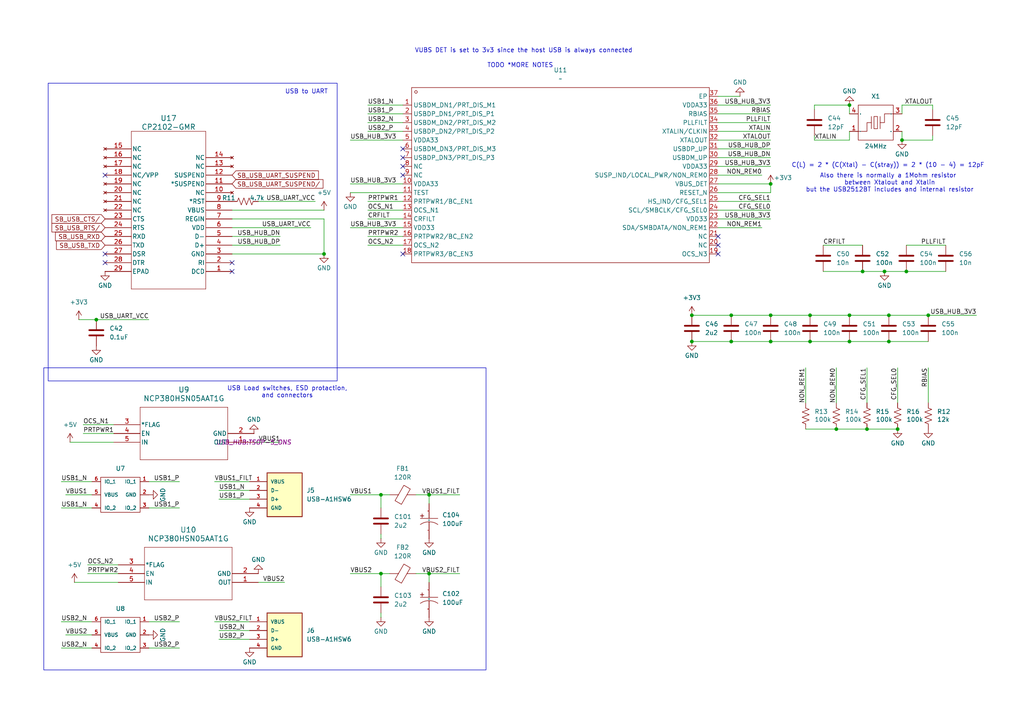
<source format=kicad_sch>
(kicad_sch (version 20250114) (generator "eeschema") (generator_version "9.0")
  (paper "A4")
  (lib_symbols
    (symbol "Device:C" (pin_numbers (hide yes)) (pin_names (offset 0.254))
      (property "Reference" "C" (at 0.635 2.54 0))
      (property "Value" "C" (at 0.635 -2.54 0))
      (symbol "C_0_1"
        (polyline (pts (xy -2.032 0.762) (xy 2.032 0.762)) (stroke (width 0.508)))
        (polyline (pts (xy -2.032 -0.762) (xy 2.032 -0.762)) (stroke (width 0.508)))
      )
      (symbol "C_1_1"
        (pin passive line (at 0 3.81 270) (length 2.794) (name "~") (number "1"))
        (pin passive line (at 0 -3.81 90) (length 2.794) (name "~") (number "2"))
      )
    )
    (symbol "Device:FerriteBead" (pin_numbers (hide yes)) (pin_names (offset 0))
      (property "Reference" "FB" (at -3.81 0.635 90))
      (property "Value" "FerriteBead" (at 3.81 0 90))
      (symbol "FerriteBead_0_1"
        (polyline (pts (xy -2.7686 0.4064) (xy -1.7018 2.2606) (xy 2.7686 -0.3048) (xy 1.6764 -2.159) (xy -2.7686 0.4064)))
        (polyline (pts (xy 0 1.27) (xy 0 1.2954)))
        (polyline (pts (xy 0 -1.27) (xy 0 -1.2192)))
      )
      (symbol "FerriteBead_1_1"
        (pin passive line (at 0 3.81 270) (length 2.54) (name "~") (number "1"))
        (pin passive line (at 0 -3.81 90) (length 2.54) (name "~") (number "2"))
      )
    )
    (symbol "Device:R_US" (pin_numbers (hide yes)) (pin_names (offset 0))
      (property "Reference" "R" (at 2.54 0 90))
      (property "Value" "R_US" (at -2.54 0 90))
      (symbol "R_US_0_1"
        (polyline (pts (xy 0 2.286) (xy 0 2.54)))
        (polyline (pts (xy 0 2.286) (xy 1.016 1.905) (xy 0 1.524) (xy -1.016 1.143) (xy 0 0.762)))
        (polyline (pts (xy 0 0.762) (xy 1.016 0.381) (xy 0 0) (xy -1.016 -0.381) (xy 0 -0.762)))
        (polyline (pts (xy 0 -0.762) (xy 1.016 -1.143) (xy 0 -1.524) (xy -1.016 -1.905) (xy 0 -2.286)))
        (polyline (pts (xy 0 -2.286) (xy 0 -2.54)))
      )
      (symbol "R_US_1_1"
        (pin passive line (at 0 3.81 270) (length 1.27) (name "~") (number "1"))
        (pin passive line (at 0 -3.81 90) (length 1.27) (name "~") (number "2"))
      )
    )
    (symbol "Test:NCP380HSN05AAT1G" (pin_names (offset 0.254))
      (property "Reference" "U" (at 20.32 10.16 0))
      (property "Value" "NCP380HSN05AAT1G" (at 20.32 7.62 0))
      (symbol "NCP380HSN05AAT1G_0_1"
        (polyline (pts (xy 7.62 5.08) (xy 7.62 -10.16)) (stroke (width 0.127)))
        (polyline (pts (xy 7.62 -10.16) (xy 33.02 -10.16)) (stroke (width 0.127)))
        (polyline (pts (xy 33.02 5.08) (xy 7.62 5.08)) (stroke (width 0.127)))
        (polyline (pts (xy 33.02 -10.16) (xy 33.02 5.08)) (stroke (width 0.127)))
        (pin output line (at 0 0 0) (length 7.62) (name "OUT") (number "1"))
        (pin power_in line (at 0 -2.54 0) (length 7.62) (name "GND") (number "2"))
        (pin input line (at 40.64 0 180) (length 7.62) (name "IN") (number "5"))
        (pin input line (at 40.64 -2.54 180) (length 7.62) (name "EN") (number "4"))
        (pin output line (at 40.64 -5.08 180) (length 7.62) (name "*FLAG") (number "3"))
      )
    )
    (symbol "Test:USB-A1HSW6" (pin_names (offset 1.016))
      (property "Reference" "J" (at -5.0818 8.898 0))
      (property "Value" "USB-A1HSW6" (at -5.0836 -7.6344 0))
      (symbol "USB-A1HSW6_0_0"
        (rectangle (start -5.08 -5.08) (end 5.08 7.62) (stroke (width 0.254)) (fill (type background)))
        (pin power_in line (at -10.16 5.08 0) (length 5.08) (name "VBUS") (number "1"))
        (pin bidirectional line (at -10.16 2.54 0) (length 5.08) (name "D-") (number "2"))
        (pin bidirectional line (at -10.16 0 0) (length 5.08) (name "D+") (number "3"))
        (pin power_in line (at -10.16 -2.54 0) (length 5.08) (name "GND") (number "4"))
      )
    )
    (symbol "Test:USBLC6-2SC6" (pin_names (offset 1.016))
      (property "Reference" "U" (at -15.2693 17.8093 0))
      (symbol "USBLC6-2SC6_0_1"
        (rectangle (start 0 0) (end 11.43 -10.16))
      )
      (symbol "USBLC6-2SC6_1_0"
        (pin bidirectional line (at -2.54 -1.27 0) (length 2.54) (name "IO_1") (number "1"))
        (pin power_in line (at -2.54 -5.08 0) (length 2.54) (name "GND") (number "2"))
        (pin bidirectional line (at -2.54 -8.89 0) (length 2.54) (name "IO_2") (number "3"))
        (pin bidirectional line (at 13.97 -1.27 180) (length 2.54) (name "IO_1") (number "6"))
        (pin power_in line (at 13.97 -5.08 180) (length 2.54) (name "VBUS") (number "5"))
        (pin bidirectional line (at 13.97 -8.89 180) (length 2.54) (name "IO_2") (number "4"))
      )
    )
    (symbol "USB_HUB:CP2102-GMR" (pin_names (offset 0.254))
      (symbol "CP2102-GMR_0_1"
        (polyline (pts (xy 24.13 5.08) (xy 24.13 -40.64)) (stroke (width 0.127)))
        (polyline (pts (xy 24.13 -40.64) (xy 45.72 -40.64)) (stroke (width 0.127)))
        (polyline (pts (xy 45.72 5.08) (xy 24.13 5.08)) (stroke (width 0.127)))
        (polyline (pts (xy 45.72 5.08) (xy 45.72 -40.64)) (stroke (width 0.127)))
        (pin input line (at 16.51 0 0) (length 7.62) (name "DCD") (number "1"))
        (pin input line (at 16.51 -2.54 0) (length 7.62) (name "RI") (number "2"))
        (pin power_in line (at 16.51 -5.08 0) (length 7.62) (name "GND") (number "3"))
        (pin bidirectional line (at 16.51 -7.62 0) (length 7.62) (name "D+") (number "4"))
        (pin bidirectional line (at 16.51 -10.16 0) (length 7.62) (name "D-") (number "5"))
        (pin power_in line (at 16.51 -12.7 0) (length 7.62) (name "VDD") (number "6"))
        (pin input line (at 16.51 -15.24 0) (length 7.62) (name "REGIN") (number "7"))
        (pin input line (at 16.51 -17.78 0) (length 7.62) (name "VBUS") (number "8"))
        (pin bidirectional line (at 16.51 -20.32 0) (length 7.62) (name "*RST") (number "9"))
        (pin no_connect line (at 16.51 -22.86 0) (length 7.62) (name "NC") (number "10"))
        (pin output line (at 16.51 -25.4 0) (length 7.62) (name "*SUSPEND") (number "11"))
        (pin output line (at 16.51 -27.94 0) (length 7.62) (name "SUSPEND") (number "12"))
        (pin no_connect line (at 16.51 -30.48 0) (length 7.62) (name "NC") (number "13"))
        (pin no_connect line (at 16.51 -33.02 0) (length 7.62) (name "NC") (number "14"))
        (pin unspecified line (at 53.34 0 180) (length 7.62) (name "EPAD") (number "29"))
        (pin output line (at 53.34 -2.54 180) (length 7.62) (name "DTR") (number "28"))
        (pin input line (at 53.34 -5.08 180) (length 7.62) (name "DSR") (number "27"))
        (pin output line (at 53.34 -7.62 180) (length 7.62) (name "TXD") (number "26"))
        (pin input line (at 53.34 -10.16 180) (length 7.62) (name "RXD") (number "25"))
        (pin output line (at 53.34 -12.7 180) (length 7.62) (name "RTS") (number "24"))
        (pin input line (at 53.34 -15.24 180) (length 7.62) (name "CTS") (number "23"))
        (pin no_connect line (at 53.34 -17.78 180) (length 7.62) (name "NC") (number "22"))
        (pin no_connect line (at 53.34 -20.32 180) (length 7.62) (name "NC") (number "21"))
        (pin no_connect line (at 53.34 -22.86 180) (length 7.62) (name "NC") (number "20"))
        (pin no_connect line (at 53.34 -25.4 180) (length 7.62) (name "NC") (number "19"))
        (pin bidirectional line (at 53.34 -27.94 180) (length 7.62) (name "NC/VPP") (number "18"))
        (pin no_connect line (at 53.34 -30.48 180) (length 7.62) (name "NC") (number "17"))
        (pin no_connect line (at 53.34 -33.02 180) (length 7.62) (name "NC") (number "16"))
        (pin no_connect line (at 53.34 -35.56 180) (length 7.62) (name "NC") (number "15"))
      )
    )
    (symbol "USB_HUB:RVT0J101M0605"
      (property "Reference" "C" (at 0 0 0))
      (property "Value" "100uF" (at 4.064 -2.286 0))
      (symbol "RVT0J101M0605_1_0"
        (rectangle (start -2.54 1.524) (end -1.524 1.4986))
        (polyline (pts (xy -2.54 0.762) (xy 2.54 0.762)))
        (rectangle (start -2.032 2.032) (end -2.0066 1.016))
        (arc (start -2.54 -1.016) (mid -1.3208 -0.4064) (end 0 -0.254))
        (arc (start 0 -0.254) (mid 1.3208 -0.4064) (end 2.54 -1.016))
        (pin unspecified line (at 0 5.08 270) (length 4.318) (name "1") (number "1"))
        (pin unspecified line (at 0 -5.08 90) (length 4.826) (name "2") (number "2"))
      )
    )
    (symbol "USB_HUB:USB2513B/M2"
      (property "Reference" "U" (at 0 0 0))
      (symbol "USB2513B/M2_1_0"
        (rectangle (start -43.18 -25.4) (end 43.18 25.4))
        (circle (center -41.91 24.13) (radius 0.381))
        (pin unspecified line (at -45.72 20.32 0) (length 2.54) (name "USBDM_DN1/PRT_DIS_M1") (number "1"))
        (pin unspecified line (at -45.72 17.78 0) (length 2.54) (name "USBDP_DN1/PRT_DIS_P1") (number "2"))
        (pin unspecified line (at -45.72 15.24 0) (length 2.54) (name "USBDM_DN2/PRT_DIS_M2") (number "3"))
        (pin unspecified line (at -45.72 12.7 0) (length 2.54) (name "USBDP_DN2/PRT_DIS_P2") (number "4"))
        (pin unspecified line (at -45.72 10.16 0) (length 2.54) (name "VDDA33") (number "5"))
        (pin unspecified line (at -45.72 7.62 0) (length 2.54) (name "USBDM_DN3/PRT_DIS_M3") (number "6"))
        (pin unspecified line (at -45.72 5.08 0) (length 2.54) (name "USBDP_DN3/PRT_DIS_P3") (number "7"))
        (pin unspecified line (at -45.72 2.54 0) (length 2.54) (name "NC") (number "8"))
        (pin unspecified line (at -45.72 0 0) (length 2.54) (name "NC") (number "9"))
        (pin unspecified line (at -45.72 -2.54 0) (length 2.54) (name "VDDA33") (number "10"))
        (pin unspecified line (at -45.72 -5.08 0) (length 2.54) (name "TEST") (number "11"))
        (pin unspecified line (at -45.72 -7.62 0) (length 2.54) (name "PRTPWR1/BC_EN1") (number "12"))
        (pin unspecified line (at -45.72 -10.16 0) (length 2.54) (name "OCS_N1") (number "13"))
        (pin unspecified line (at -45.72 -12.7 0) (length 2.54) (name "CRFILT") (number "14"))
        (pin unspecified line (at -45.72 -15.24 0) (length 2.54) (name "VDD33") (number "15"))
        (pin unspecified line (at -45.72 -17.78 0) (length 2.54) (name "PRTPWR2/BC_EN2") (number "16"))
        (pin unspecified line (at -45.72 -20.32 0) (length 2.54) (name "OCS_N2") (number "17"))
        (pin unspecified line (at -45.72 -22.86 0) (length 2.54) (name "PRTPWR3/BC_EN3") (number "18"))
        (pin unspecified line (at 45.72 22.86 180) (length 2.54) (name "EP") (number "37"))
        (pin unspecified line (at 45.72 20.32 180) (length 2.54) (name "VDDA33") (number "36"))
        (pin unspecified line (at 45.72 17.78 180) (length 2.54) (name "RBIAS") (number "35"))
        (pin unspecified line (at 45.72 15.24 180) (length 2.54) (name "PLLFILT") (number "34"))
        (pin unspecified line (at 45.72 12.7 180) (length 2.54) (name "XTALIN/CLKIN") (number "33"))
        (pin unspecified line (at 45.72 10.16 180) (length 2.54) (name "XTALOUT") (number "32"))
        (pin unspecified line (at 45.72 7.62 180) (length 2.54) (name "USBDP_UP") (number "31"))
        (pin unspecified line (at 45.72 5.08 180) (length 2.54) (name "USBDM_UP") (number "30"))
        (pin unspecified line (at 45.72 2.54 180) (length 2.54) (name "VDDA33") (number "29"))
        (pin unspecified line (at 45.72 0 180) (length 2.54) (name "SUSP_IND/LOCAL_PWR/NON_REM0") (number "28"))
        (pin unspecified line (at 45.72 -2.54 180) (length 2.54) (name "VBUS_DET") (number "27"))
        (pin unspecified line (at 45.72 -5.08 180) (length 2.54) (name "RESET_N") (number "26"))
        (pin unspecified line (at 45.72 -7.62 180) (length 2.54) (name "HS_IND/CFG_SEL1") (number "25"))
        (pin unspecified line (at 45.72 -10.16 180) (length 2.54) (name "SCL/SMBCLK/CFG_SEL0") (number "24"))
        (pin unspecified line (at 45.72 -12.7 180) (length 2.54) (name "VDD33") (number "23"))
        (pin unspecified line (at 45.72 -15.24 180) (length 2.54) (name "SDA/SMBDATA/NON_REM1") (number "22"))
        (pin unspecified line (at 45.72 -17.78 180) (length 2.54) (name "NC") (number "21"))
        (pin unspecified line (at 45.72 -20.32 180) (length 2.54) (name "NC") (number "20"))
        (pin unspecified line (at 45.72 -22.86 180) (length 2.54) (name "OCS_N3") (number "19"))
      )
    )
    (symbol "USB_HUB:XL7EL89CMI-111YLC-24M"
      (property "Reference" "X" (at 0 0 0))
      (symbol "XL7EL89CMI-111YLC-24M_1_0"
        (rectangle (start -5.08 5.08) (end 5.08 -5.08))
        (polyline (pts (xy -5.08 -2.54) (xy -2.54 -2.54) (xy -2.54 -2.54) (xy -2.54 0) (xy -2.54 0) (xy -1.27 0)))
        (polyline (pts (xy -1.27 -1.778) (xy -1.27 1.778)))
        (rectangle (start -0.508 1.778) (end 0.508 -1.778))
        (polyline (pts (xy 1.27 -1.778) (xy 1.27 1.778)))
        (polyline (pts (xy 5.08 2.54) (xy 2.54 2.54) (xy 2.54 2.54) (xy 2.54 0) (xy 2.54 0) (xy 1.27 0)))
        (pin input line (at -7.62 2.54 0) (length 2.54) (name "GND") (number "4"))
        (pin input line (at -7.62 -2.54 0) (length 2.54) (name "1") (number "1"))
        (pin input line (at 7.62 2.54 180) (length 2.54) (name "3") (number "3"))
        (pin input line (at 7.62 -2.54 180) (length 2.54) (name "GND") (number "2"))
      )
    )
    (symbol "power:+3V3" (power) (pin_numbers (hide yes)) (pin_names (offset 0) (hide yes))
      (property "Value" "+3V3" (at 0 3.556 0))
      (symbol "+3V3_0_1"
        (polyline (pts (xy -0.762 1.27) (xy 0 2.54)))
        (polyline (pts (xy 0 2.54) (xy 0.762 1.27)))
        (polyline (pts (xy 0 0) (xy 0 2.54)))
      )
      (symbol "+3V3_1_1"
        (pin power_in line (at 0 0 90) (length 0) (name "~") (number "1"))
      )
    )
    (symbol "power:+5V" (power) (pin_numbers (hide yes)) (pin_names (offset 0) (hide yes))
      (property "Value" "+5V" (at 0 3.556 0))
      (symbol "+5V_0_1"
        (polyline (pts (xy -0.762 1.27) (xy 0 2.54)))
        (polyline (pts (xy 0 2.54) (xy 0.762 1.27)))
        (polyline (pts (xy 0 0) (xy 0 2.54)))
      )
      (symbol "+5V_1_1"
        (pin power_in line (at 0 0 90) (length 0) (name "~") (number "1"))
      )
    )
    (symbol "power:GND" (power) (pin_numbers (hide yes)) (pin_names (offset 0) (hide yes))
      (property "Value" "GND" (at 0 -3.81 0))
      (symbol "GND_0_1"
        (polyline (pts (xy 0 0) (xy 0 -1.27) (xy 1.27 -1.27) (xy 0 -2.54) (xy -1.27 -1.27) (xy 0 -1.27)))
      )
      (symbol "GND_1_1"
        (pin power_in line (at 0 0 270) (length 0) (name "~") (number "1"))
      )
    )
  )
  (rectangle (start 13.97 24.13) (end 97.79 110.49))
  (rectangle (start 12.7 106.68) (end 140.97 194.31))
  (text "USB to UART\n" (at 88.9 26.67 0) (effects (font (size 1.27 1.27))))
  (text "C(L) = 2 * (C(Xtal) - C(stray)) = 2 * (10 - 4) = 12pF\n" (at 257.556 48.006 0) (effects (font (size 1.27 1.27))))
  (text "Also there is normally a 1Mohm resistor \nbetween Xtalout and Xtalin\nbut the USB2512BT includes and internal resistor\n" (at 258.064 53.086 0) (effects (font (size 1.27 1.27))))
  (text "TODO *MORE NOTES" (at 150.876 19.05 0) (effects (font (size 1.27 1.27))))
  (text "VUBS DET is set to 3v3 since the host USB is always connected" (at 151.892 14.732 0) (effects (font (size 1.27 1.27))))
  (text "USB Load switches, ESD protaction,\nand connectors\n\n" (at 83.312 114.808 0) (effects (font (size 1.27 1.27))))
  (junction (at 223.52 53.34))
  (junction (at 261.62 40.64))
  (junction (at 234.95 99.06))
  (junction (at 200.66 91.44))
  (junction (at 256.54 78.74))
  (junction (at 246.38 99.06))
  (junction (at 212.09 99.06))
  (junction (at 223.52 99.06))
  (junction (at 246.38 30.48))
  (junction (at 251.46 124.46))
  (junction (at 93.98 73.66))
  (junction (at 110.49 143.51))
  (junction (at 212.09 91.44))
  (junction (at 250.19 78.74))
  (junction (at 27.94 92.71))
  (junction (at 260.35 124.46))
  (junction (at 262.89 78.74))
  (junction (at 246.38 91.44))
  (junction (at 257.81 99.06))
  (junction (at 223.52 91.44))
  (junction (at 200.66 99.06))
  (junction (at 124.46 166.37))
  (junction (at 257.81 91.44))
  (junction (at 269.24 91.44))
  (junction (at 242.57 124.46))
  (junction (at 124.46 143.51))
  (junction (at 234.95 91.44))
  (junction (at 110.49 166.37))
  (no_connect (at 67.31 76.2))
  (no_connect (at 67.31 78.74))
  (no_connect (at 116.84 73.66))
  (no_connect (at 208.28 71.12))
  (no_connect (at 30.48 50.8))
  (no_connect (at 208.28 68.58))
  (no_connect (at 30.48 73.66))
  (no_connect (at 30.48 76.2))
  (no_connect (at 116.84 43.18))
  (no_connect (at 116.84 45.72))
  (no_connect (at 116.84 50.8))
  (no_connect (at 208.28 73.66))
  (no_connect (at 116.84 48.26))
  (wire (pts (xy 17.78 187.96) (xy 26.67 187.96)))
  (wire (pts (xy 233.68 124.46) (xy 242.57 124.46)))
  (wire (pts (xy 24.13 123.19) (xy 33.02 123.19)))
  (wire (pts (xy 200.66 99.06) (xy 212.09 99.06)))
  (wire (pts (xy 74.93 168.91) (xy 82.55 168.91)))
  (wire (pts (xy 236.22 40.64) (xy 236.22 39.37)))
  (wire (pts (xy 246.38 30.48) (xy 236.22 30.48)))
  (wire (pts (xy 261.62 33.02) (xy 261.62 30.48)))
  (wire (pts (xy 208.28 30.48) (xy 223.52 30.48)))
  (wire (pts (xy 120.65 143.51) (xy 124.46 143.51)))
  (wire (pts (xy 212.09 99.06) (xy 223.52 99.06)))
  (wire (pts (xy 124.46 166.37) (xy 133.35 166.37)))
  (wire (pts (xy 269.24 106.68) (xy 269.24 116.84)))
  (wire (pts (xy 106.68 68.58) (xy 116.84 68.58)))
  (wire (pts (xy 238.76 78.74) (xy 250.19 78.74)))
  (wire (pts (xy 17.78 139.7) (xy 26.67 139.7)))
  (wire (pts (xy 52.07 139.7) (xy 43.18 139.7)))
  (wire (pts (xy 106.68 60.96) (xy 116.84 60.96)))
  (wire (pts (xy 73.66 128.27) (xy 81.28 128.27)))
  (wire (pts (xy 261.62 40.64) (xy 270.51 40.64)))
  (wire (pts (xy 208.28 55.88) (xy 223.52 55.88)))
  (wire (pts (xy 24.13 125.73) (xy 33.02 125.73)))
  (wire (pts (xy 67.31 71.12) (xy 81.28 71.12)))
  (wire (pts (xy 63.5 185.42) (xy 72.39 185.42)))
  (wire (pts (xy 62.23 139.7) (xy 72.39 139.7)))
  (wire (pts (xy 246.38 99.06) (xy 257.81 99.06)))
  (wire (pts (xy 262.89 71.12) (xy 274.32 71.12)))
  (wire (pts (xy 283.21 91.44) (xy 269.24 91.44)))
  (wire (pts (xy 110.49 156.21) (xy 110.49 154.94)))
  (wire (pts (xy 106.68 71.12) (xy 116.84 71.12)))
  (wire (pts (xy 208.28 27.94) (xy 214.63 27.94)))
  (wire (pts (xy 106.68 33.02) (xy 116.84 33.02)))
  (wire (pts (xy 110.49 166.37) (xy 110.49 170.18)))
  (wire (pts (xy 25.4 163.83) (xy 34.29 163.83)))
  (wire (pts (xy 233.68 106.68) (xy 233.68 116.84)))
  (wire (pts (xy 43.18 92.71) (xy 27.94 92.71)))
  (wire (pts (xy 208.28 40.64) (xy 223.52 40.64)))
  (wire (pts (xy 261.62 38.1) (xy 261.62 40.64)))
  (wire (pts (xy 250.19 71.12) (xy 238.76 71.12)))
  (wire (pts (xy 63.5 182.88) (xy 72.39 182.88)))
  (wire (pts (xy 124.46 146.05) (xy 124.46 143.51)))
  (wire (pts (xy 25.4 166.37) (xy 34.29 166.37)))
  (wire (pts (xy 200.66 91.44) (xy 212.09 91.44)))
  (wire (pts (xy 124.46 168.91) (xy 124.46 166.37)))
  (wire (pts (xy 246.38 38.1) (xy 246.38 40.64)))
  (wire (pts (xy 106.68 35.56) (xy 116.84 35.56)))
  (wire (pts (xy 67.31 68.58) (xy 81.28 68.58)))
  (wire (pts (xy 124.46 143.51) (xy 133.35 143.51)))
  (wire (pts (xy 208.28 48.26) (xy 223.52 48.26)))
  (wire (pts (xy 63.5 142.24) (xy 72.39 142.24)))
  (wire (pts (xy 242.57 106.68) (xy 242.57 116.84)))
  (wire (pts (xy 234.95 91.44) (xy 246.38 91.44)))
  (wire (pts (xy 101.6 143.51) (xy 110.49 143.51)))
  (wire (pts (xy 208.28 58.42) (xy 223.52 58.42)))
  (wire (pts (xy 67.31 66.04) (xy 90.17 66.04)))
  (wire (pts (xy 261.62 30.48) (xy 270.51 30.48)))
  (wire (pts (xy 208.28 35.56) (xy 223.52 35.56)))
  (wire (pts (xy 106.68 58.42) (xy 116.84 58.42)))
  (wire (pts (xy 223.52 99.06) (xy 234.95 99.06)))
  (wire (pts (xy 110.49 143.51) (xy 110.49 147.32)))
  (wire (pts (xy 208.28 66.04) (xy 220.98 66.04)))
  (wire (pts (xy 67.31 73.66) (xy 93.98 73.66)))
  (wire (pts (xy 101.6 53.34) (xy 116.84 53.34)))
  (wire (pts (xy 110.49 166.37) (xy 113.03 166.37)))
  (wire (pts (xy 246.38 91.44) (xy 257.81 91.44)))
  (wire (pts (xy 246.38 40.64) (xy 236.22 40.64)))
  (wire (pts (xy 208.28 33.02) (xy 223.52 33.02)))
  (wire (pts (xy 270.51 40.64) (xy 270.51 39.37)))
  (wire (pts (xy 120.65 166.37) (xy 124.46 166.37)))
  (wire (pts (xy 22.86 92.71) (xy 27.94 92.71)))
  (wire (pts (xy 17.78 180.34) (xy 26.67 180.34)))
  (wire (pts (xy 106.68 30.48) (xy 116.84 30.48)))
  (wire (pts (xy 257.81 91.44) (xy 269.24 91.44)))
  (wire (pts (xy 208.28 60.96) (xy 223.52 60.96)))
  (wire (pts (xy 67.31 63.5) (xy 93.98 63.5)))
  (wire (pts (xy 101.6 40.64) (xy 116.84 40.64)))
  (wire (pts (xy 52.07 147.32) (xy 43.18 147.32)))
  (wire (pts (xy 52.07 187.96) (xy 43.18 187.96)))
  (wire (pts (xy 234.95 99.06) (xy 246.38 99.06)))
  (wire (pts (xy 242.57 124.46) (xy 251.46 124.46)))
  (wire (pts (xy 208.28 45.72) (xy 223.52 45.72)))
  (wire (pts (xy 270.51 30.48) (xy 270.51 31.75)))
  (wire (pts (xy 101.6 166.37) (xy 110.49 166.37)))
  (wire (pts (xy 208.28 38.1) (xy 223.52 38.1)))
  (wire (pts (xy 67.31 60.96) (xy 93.98 60.96)))
  (wire (pts (xy 62.23 180.34) (xy 72.39 180.34)))
  (wire (pts (xy 208.28 50.8) (xy 220.98 50.8)))
  (wire (pts (xy 262.89 78.74) (xy 274.32 78.74)))
  (wire (pts (xy 251.46 124.46) (xy 260.35 124.46)))
  (wire (pts (xy 17.78 147.32) (xy 26.67 147.32)))
  (wire (pts (xy 212.09 91.44) (xy 223.52 91.44)))
  (wire (pts (xy 246.38 30.48) (xy 246.38 33.02)))
  (wire (pts (xy 251.46 106.68) (xy 251.46 116.84)))
  (wire (pts (xy 20.32 128.27) (xy 33.02 128.27)))
  (wire (pts (xy 101.6 55.88) (xy 116.84 55.88)))
  (wire (pts (xy 208.28 63.5) (xy 223.52 63.5)))
  (wire (pts (xy 93.98 63.5) (xy 93.98 73.66)))
  (wire (pts (xy 223.52 53.34) (xy 223.52 55.88)))
  (wire (pts (xy 260.35 106.68) (xy 260.35 116.84)))
  (wire (pts (xy 236.22 30.48) (xy 236.22 31.75)))
  (wire (pts (xy 52.07 180.34) (xy 43.18 180.34)))
  (wire (pts (xy 106.68 63.5) (xy 116.84 63.5)))
  (wire (pts (xy 208.28 43.18) (xy 223.52 43.18)))
  (wire (pts (xy 21.59 168.91) (xy 34.29 168.91)))
  (wire (pts (xy 101.6 66.04) (xy 116.84 66.04)))
  (wire (pts (xy 26.67 143.51) (xy 19.05 143.51)))
  (wire (pts (xy 110.49 179.07) (xy 110.49 177.8)))
  (wire (pts (xy 208.28 53.34) (xy 223.52 53.34)))
  (wire (pts (xy 63.5 144.78) (xy 72.39 144.78)))
  (wire (pts (xy 250.19 78.74) (xy 256.54 78.74)))
  (wire (pts (xy 110.49 143.51) (xy 113.03 143.51)))
  (wire (pts (xy 223.52 91.44) (xy 234.95 91.44)))
  (wire (pts (xy 74.93 58.42) (xy 91.44 58.42)))
  (wire (pts (xy 26.67 184.15) (xy 19.05 184.15)))
  (wire (pts (xy 106.68 38.1) (xy 116.84 38.1)))
  (wire (pts (xy 256.54 78.74) (xy 262.89 78.74)))
  (wire (pts (xy 257.81 99.06) (xy 269.24 99.06)))
  (label "USB_UART_VCC" (at 90.17 66.04 180))
  (label "USB2_N" (at 106.68 35.56 0))
  (label "USB_HUB_DN" (at 81.28 68.58 180))
  (label "OCS_N2" (at 106.68 71.12 0))
  (label "VBUS2" (at 82.55 168.91 180))
  (label "USB1_P" (at 52.07 139.7 180))
  (label "CFG_SEL1" (at 251.46 106.68 270))
  (label "VBUS2" (at 19.05 184.15 0))
  (label "USB_HUB_DP" (at 81.28 71.12 180))
  (label "USB2_P" (at 106.68 38.1 0))
  (label "CFG_SEL1" (at 223.52 58.42 180))
  (label "USB_UART_VCC" (at 91.44 58.42 180))
  (label "CRFILT" (at 238.76 71.12 0))
  (label "USB_HUB_3V3" (at 101.6 53.34 0))
  (label "XTALOUT" (at 270.51 30.48 180))
  (label "USB2_P" (at 52.07 187.96 180))
  (label "USB_HUB_3V3" (at 223.52 63.5 180))
  (label "USB_UART_VCC" (at 43.18 92.71 180))
  (label "PRTPWR1" (at 24.13 125.73 0))
  (label "PRTPWR2" (at 25.4 166.37 0))
  (label "USB_HUB_DP" (at 223.52 43.18 180))
  (label "CFG_SEL0" (at 223.52 60.96 180))
  (label "USB2_N" (at 17.78 180.34 0))
  (label "OCS_N1" (at 106.68 60.96 0))
  (label "VBUS1_FILT" (at 133.35 143.51 180))
  (label "USB_HUB_3V3" (at 283.21 91.44 180))
  (label "USB_HUB_DN" (at 223.52 45.72 180))
  (label "USB1_N" (at 17.78 139.7 0))
  (label "PRTPWR1" (at 106.68 58.42 0))
  (label "USB1_N" (at 63.5 142.24 0))
  (label "OCS_N2" (at 25.4 163.83 0))
  (label "VBUS1" (at 19.05 143.51 0))
  (label "USB2_N" (at 63.5 182.88 0))
  (label "PLLFILT" (at 223.52 35.56 180))
  (label "VBUS2_FILT" (at 62.23 180.34 0))
  (label "VBUS1_FILT" (at 62.23 139.7 0))
  (label "USB1_N" (at 17.78 147.32 0))
  (label "XTALOUT" (at 223.52 40.64 180))
  (label "USB_HUB_3V3" (at 101.6 40.64 0))
  (label "VBUS1" (at 81.28 128.27 180))
  (label "USB2_N" (at 17.78 187.96 0))
  (label "USB2_P" (at 52.07 180.34 180))
  (label "USB2_P" (at 63.5 185.42 0))
  (label "CRFILT" (at 106.68 63.5 0))
  (label "USB1_P" (at 52.07 147.32 180))
  (label "USB1_P" (at 106.68 33.02 0))
  (label "XTALIN" (at 236.22 40.64 0))
  (label "PLLFILT" (at 274.32 71.12 180))
  (label "NON_REM1" (at 233.68 106.68 270))
  (label "NON_REM0" (at 220.98 50.8 180))
  (label "USB_HUB_3V3" (at 101.6 66.04 0))
  (label "VBUS2_FILT" (at 133.35 166.37 180))
  (label "CFG_SEL0" (at 260.35 106.68 270))
  (label "USB1_P" (at 63.5 144.78 0))
  (label "PRTPWR2" (at 106.68 68.58 0))
  (label "USB_HUB_3V3" (at 223.52 30.48 180))
  (label "VBUS2" (at 101.6 166.37 0))
  (label "NON_REM1" (at 220.98 66.04 180))
  (label "VBUS1" (at 101.6 143.51 0))
  (label "OCS_N1" (at 24.13 123.19 0))
  (label "XTALIN" (at 223.52 38.1 180))
  (label "RBIAS" (at 269.24 106.68 270))
  (label "RBIAS" (at 223.52 33.02 180))
  (label "NON_REM0" (at 242.57 106.68 270))
  (label "USB1_N" (at 106.68 30.48 0))
  (label "USB_HUB_3V3" (at 223.52 48.26 180))
  (global_label "SB_USB_UART_SUSPEND" (shape input) (at 67.31 50.8 0) (property "Intersheetrefs" "${INTERSHEET_REFS}" (effects (hide yes))))
  (global_label "SB_USB_CTS{slash}" (shape input) (at 30.48 63.5 180) (property "Intersheetrefs" "${INTERSHEET_REFS}" (effects (hide yes))))
  (global_label "SB_USB_TXD" (shape input) (at 30.48 71.12 180) (property "Intersheetrefs" "${INTERSHEET_REFS}" (effects (hide yes))))
  (global_label "SB_USB_RXD" (shape input) (at 30.48 68.58 180) (property "Intersheetrefs" "${INTERSHEET_REFS}" (effects (hide yes))))
  (global_label "SB_USB_RTS{slash}" (shape input) (at 30.48 66.04 180) (property "Intersheetrefs" "${INTERSHEET_REFS}" (effects (hide yes))))
  (global_label "SB_USB_UART_SUSPEND{slash}" (shape input) (at 67.31 53.34 0) (property "Intersheetrefs" "${INTERSHEET_REFS}" (effects (hide yes))))
  (symbol (lib_id "power:+3V3") (at 22.86 92.71 0) (unit 1)
    (property "Reference" "#PWR0141" (effects (hide yes)))
    (property "Value" "+3V3" (at 22.86 87.63 0))
    (property "Description" "Power symbol creates a global label with name \"+3V3\"" (effects (hide yes)))
  )
  (symbol (lib_id "USB_HUB:RVT0J101M0605") (at 124.46 151.13 0) (unit 1)
    (property "Reference" "C104" (at 128.27 149.3519 0) (effects (justify left)))
    (property "Value" "100uF" (at 128.27 151.8919 0) (effects (justify left)))
    (property "Footprint" "USB_HUB:CAP-SMD_BD6.3-L6.6-W6.6-FD" (effects (hide yes)))
    (property "Datasheet" "https://item.szlcsc.com/datasheet/RVT0J101M0605/89035.html" (effects (hide yes)))
    (property "Description" "Capacitance:100uF Tolerance:±20% Tolerance:±20% Voltage Rating:6.3V Ripple Current:- Equivalent Series Resistance(ESR):- Diameter:6.3mm Height - Seated (Max):5.4mm Lifetime:2000hrs@105°C Operating Temperature:-55°C~+105°C Operating Temperature:-55°C~+105°C" (effects (hide yes)))
    (property "Manufacturer Part" "RVT0J101M0605" (effects (hide yes)))
    (property "Manufacturer" "HONOR(荣誉)" (effects (hide yes)))
    (property "Supplier Part" "C87857" (effects (hide yes)))
    (property "Supplier" "LCSC" (effects (hide yes)))
    (property "LCSC Part Name" "100uF ±20% 6.3V" (effects (hide yes)))
  )
  (symbol (lib_id "Device:R_US") (at 233.68 120.65 0) (unit 1)
    (property "Reference" "R13" (at 236.22 119.3799 0) (effects (justify left)))
    (property "Value" "100k" (at 236.22 121.666 0) (effects (justify left)))
    (property "Footprint" "Resistor_SMD:R_0402_1005Metric" (effects (hide yes)))
    (property "Description" "Resistor, US symbol" (effects (hide yes)))
  )
  (symbol (lib_id "Device:C") (at 234.95 95.25 0) (unit 1)
    (property "Reference" "C49" (at 238.76 93.9799 0) (effects (justify left)))
    (property "Value" "100n" (at 238.76 96.5199 0) (effects (justify left)))
    (property "Footprint" "Capacitor_SMD:C_0402_1005Metric" (effects (hide yes)))
    (property "Description" "Unpolarized capacitor" (effects (hide yes)))
  )
  (symbol (lib_id "Device:R_US") (at 242.57 120.65 0) (unit 1)
    (property "Reference" "R14" (at 245.11 119.3799 0) (effects (justify left)))
    (property "Value" "100k" (at 245.11 121.666 0) (effects (justify left)))
    (property "Footprint" "Resistor_SMD:R_0402_1005Metric" (effects (hide yes)))
    (property "Description" "Resistor, US symbol" (effects (hide yes)))
  )
  (symbol (lib_id "power:GND") (at 214.63 27.94 180) (unit 1)
    (property "Reference" "#PWR0132" (effects (hide yes)))
    (property "Value" "GND" (at 214.63 23.876 0))
    (property "Description" "Power symbol creates a global label with name \"GND\" , ground" (effects (hide yes)))
  )
  (symbol (lib_id "USB_HUB:RVT0J101M0605") (at 124.46 173.99 0) (unit 1)
    (property "Reference" "C102" (at 128.27 172.2119 0) (effects (justify left)))
    (property "Value" "100uF" (at 128.27 174.7519 0) (effects (justify left)))
    (property "Footprint" "USB_HUB:CAP-SMD_BD6.3-L6.6-W6.6-FD" (effects (hide yes)))
    (property "Datasheet" "https://item.szlcsc.com/datasheet/RVT0J101M0605/89035.html" (effects (hide yes)))
    (property "Description" "Capacitance:100uF Tolerance:±20% Tolerance:±20% Voltage Rating:6.3V Ripple Current:- Equivalent Series Resistance(ESR):- Diameter:6.3mm Height - Seated (Max):5.4mm Lifetime:2000hrs@105°C Operating Temperature:-55°C~+105°C Operating Temperature:-55°C~+105°C" (effects (hide yes)))
    (property "Manufacturer Part" "RVT0J101M0605" (effects (hide yes)))
    (property "Manufacturer" "HONOR(荣誉)" (effects (hide yes)))
    (property "Supplier Part" "C87857" (effects (hide yes)))
    (property "Supplier" "LCSC" (effects (hide yes)))
    (property "LCSC Part Name" "100uF ±20% 6.3V" (effects (hide yes)))
  )
  (symbol (lib_id "power:GND") (at 261.62 40.64 0) (unit 1)
    (property "Reference" "#PWR0147" (effects (hide yes)))
    (property "Value" "GND" (at 261.62 44.704 0))
    (property "Description" "Power symbol creates a global label with name \"GND\" , ground" (effects (hide yes)))
  )
  (symbol (lib_id "power:GND") (at 124.46 179.07 0) (unit 1)
    (property "Reference" "#PWR037" (effects (hide yes)))
    (property "Value" "GND" (at 124.46 183.134 0))
    (property "Description" "Power symbol creates a global label with name \"GND\" , ground" (effects (hide yes)))
  )
  (symbol (lib_id "Device:C") (at 250.19 74.93 0) (unit 1)
    (property "Reference" "C52" (at 254 73.6599 0) (effects (justify left)))
    (property "Value" "100n" (at 254 76.1999 0) (effects (justify left)))
    (property "Footprint" "Capacitor_SMD:C_0402_1005Metric" (effects (hide yes)))
    (property "Description" "Unpolarized capacitor" (effects (hide yes)))
  )
  (symbol (lib_id "power:GND") (at 43.18 184.15 90) (unit 1)
    (property "Reference" "#PWR0133" (effects (hide yes)))
    (property "Value" "GND" (at 47.244 184.15 0))
    (property "Description" "Power symbol creates a global label with name \"GND\" , ground" (effects (hide yes)))
  )
  (symbol (lib_id "power:+5V") (at 21.59 168.91 0) (unit 1)
    (property "Reference" "#PWR0134" (effects (hide yes)))
    (property "Value" "+5V" (at 21.59 163.83 0))
    (property "Description" "Power symbol creates a global label with name \"+5V\"" (effects (hide yes)))
  )
  (symbol (lib_id "power:GND") (at 101.6 55.88 0) (unit 1)
    (property "Reference" "#PWR079" (effects (hide yes)))
    (property "Value" "GND" (at 101.6 59.944 0))
    (property "Description" "Power symbol creates a global label with name \"GND\" , ground" (effects (hide yes)))
  )
  (symbol (lib_id "power:GND") (at 72.39 187.96 0) (unit 1)
    (property "Reference" "#PWR0135" (effects (hide yes)))
    (property "Value" "GND" (at 72.39 192.024 0))
    (property "Description" "Power symbol creates a global label with name \"GND\" , ground" (effects (hide yes)))
  )
  (symbol (lib_id "Device:C") (at 27.94 96.52 0) (unit 1)
    (property "Reference" "C42" (at 31.75 95.2499 0) (effects (justify left)))
    (property "Value" "0.1uF" (at 31.75 97.7899 0) (effects (justify left)))
    (property "Footprint" "Capacitor_SMD:C_0402_1005Metric" (effects (hide yes)))
    (property "Description" "Unpolarized capacitor" (effects (hide yes)))
  )
  (symbol (lib_id "power:GND") (at 27.94 100.33 0) (unit 1)
    (property "Reference" "#PWR0144" (effects (hide yes)))
    (property "Value" "GND" (at 27.94 104.394 0))
    (property "Description" "Power symbol creates a global label with name \"GND\" , ground" (effects (hide yes)))
  )
  (symbol (lib_id "Device:FerriteBead") (at 116.84 166.37 90) (unit 1)
    (property "Reference" "FB2" (at 116.7892 158.75 90))
    (property "Value" "120R" (at 116.7892 161.29 90))
    (property "Footprint" "Inductor_SMD:L_0603_1608Metric" (effects (hide yes)))
    (property "Description" "Ferrite bead" (effects (hide yes)))
  )
  (symbol (lib_id "Device:C") (at 270.51 35.56 0) (unit 1)
    (property "Reference" "C45" (at 274.32 34.2899 0) (effects (justify left)))
    (property "Value" "12pF" (at 274.32 36.8299 0) (effects (justify left)))
    (property "Footprint" "Capacitor_SMD:C_0402_1005Metric" (effects (hide yes)))
    (property "Description" "Unpolarized capacitor" (effects (hide yes)))
  )
  (symbol (lib_id "Device:C") (at 238.76 74.93 0) (unit 1)
    (property "Reference" "C50" (at 242.57 73.6599 0) (effects (justify left)))
    (property "Value" "10n" (at 242.57 76.1999 0) (effects (justify left)))
    (property "Footprint" "Capacitor_SMD:C_0402_1005Metric" (effects (hide yes)))
    (property "Description" "Unpolarized capacitor" (effects (hide yes)))
  )
  (symbol (lib_id "power:GND") (at 93.98 73.66 0) (unit 1)
    (property "Reference" "#PWR0165" (effects (hide yes)))
    (property "Value" "GND" (at 93.98 77.724 0))
    (property "Description" "Power symbol creates a global label with name \"GND\" , ground" (effects (hide yes)))
  )
  (symbol (lib_id "Device:C") (at 274.32 74.93 0) (unit 1)
    (property "Reference" "C56" (at 278.13 73.6599 0) (effects (justify left)))
    (property "Value" "10n" (at 278.13 76.1999 0) (effects (justify left)))
    (property "Footprint" "Capacitor_SMD:C_0402_1005Metric" (effects (hide yes)))
    (property "Description" "Unpolarized capacitor" (effects (hide yes)))
  )
  (symbol (lib_id "Device:C") (at 257.81 95.25 0) (unit 1)
    (property "Reference" "C53" (at 261.62 93.9799 0) (effects (justify left)))
    (property "Value" "100n" (at 261.62 96.5199 0) (effects (justify left)))
    (property "Footprint" "Capacitor_SMD:C_0402_1005Metric" (effects (hide yes)))
    (property "Description" "Unpolarized capacitor" (effects (hide yes)))
  )
  (symbol (lib_id "USB_HUB:XL7EL89CMI-111YLC-24M") (at 254 35.56 0) (unit 1)
    (property "Reference" "X1" (at 254 27.94 0))
    (property "Value" "24MHz" (at 254 42.418 0))
    (property "Footprint" "USB_HUB:CRYSTAL-SMD_4P-L2.0-W1.6-BL" (effects (hide yes)))
    (property "Datasheet" "https://item.szlcsc.com/datasheet/XL7EL89CMI-111YLC-24M/3357717.html" (effects (hide yes)))
    (property "Description" "Type:Crystal Oscillator Frequency:24MHz Normal temperature Frequency Tolerance:±10ppm Normal temperature Frequency Tolerance:±10ppm Load Capacitance:10pF Frequency Stability:±20ppm Frequency Stability:±20ppm Equivalent Series Resistance(ESR):- Operating T" (effects (hide yes)))
    (property "Manufacturer Part" "XL7EL89CMI-111YLC-24M" (effects (hide yes)))
    (property "Manufacturer" "YXC(扬兴晶振)" (effects (hide yes)))
    (property "Supplier Part" "C2965581" (effects (hide yes)))
    (property "Supplier" "LCSC" (effects (hide yes)))
    (property "LCSC Part Name" "YSX211SL 24MHZ 10PF ±10PPM -40~85°C" (effects (hide yes)))
  )
  (symbol (lib_id "power:+5V") (at 93.98 60.96 0) (unit 1)
    (property "Reference" "#PWR0164" (effects (hide yes)))
    (property "Value" "+5V" (at 93.98 55.88 0))
    (property "Description" "Power symbol creates a global label with name \"+5V\"" (effects (hide yes)))
  )
  (symbol (lib_id "power:GND") (at 200.66 99.06 0) (unit 1)
    (property "Reference" "#PWR0150" (effects (hide yes)))
    (property "Value" "GND" (at 200.66 103.124 0))
    (property "Description" "Power symbol creates a global label with name \"GND\" , ground" (effects (hide yes)))
  )
  (symbol (lib_id "Device:R_US") (at 71.12 58.42 90) (unit 1)
    (property "Reference" "R11" (at 68.326 57.404 90) (effects (justify left)))
    (property "Value" "4.7k" (at 76.708 57.404 90) (effects (justify left)))
    (property "Footprint" "Resistor_SMD:R_0201_0603Metric" (effects (hide yes)))
    (property "Description" "Resistor, US symbol" (effects (hide yes)))
  )
  (symbol (lib_id "Device:C") (at 262.89 74.93 0) (unit 1)
    (property "Reference" "C54" (at 266.7 73.6599 0) (effects (justify left)))
    (property "Value" "100n" (at 266.7 76.1999 0) (effects (justify left)))
    (property "Footprint" "Capacitor_SMD:C_0402_1005Metric" (effects (hide yes)))
    (property "Description" "Unpolarized capacitor" (effects (hide yes)))
  )
  (symbol (lib_id "power:GND") (at 260.35 124.46 0) (unit 1)
    (property "Reference" "#PWR0149" (effects (hide yes)))
    (property "Value" "GND" (at 260.35 128.524 0))
    (property "Description" "Power symbol creates a global label with name \"GND\" , ground" (effects (hide yes)))
  )
  (symbol (lib_id "Test:USBLC6-2SC6") (at 40.64 179.07 0) (mirror y) (unit 1)
    (property "Reference" "U8" (at 34.925 176.53 0))
    (property "Value" "USBLC6-2SC6" (effects (hide yes)))
    (property "Footprint" "USB_HUB:SOT95P280X145-6N" (effects (hide yes)))
    (property "Description" "17V Clamp 5A (8/20µs) Ipp Tvs Diode Surface Mount SOT-23-6" (effects (hide yes)))
    (property "DigiKey_Part_Number" "497-5235-1-ND" (effects (hide yes)))
    (property "MF" "STMicroelectronics" (effects (hide yes)))
    (property "PURCHASE-URL" "https://pricing.snapeda.com/search/part/USBLC6-2SC6/?ref=eda" (effects (hide yes)))
    (property "PACKAGE" "SOT-23-6 STMicroelectronics" (effects (hide yes)))
    (property "PRICE" "None" (effects (hide yes)))
    (property "Package" "SOT-23-6 STMicroelectronics" (effects (hide yes)))
    (property "Check_prices" "https://www.snapeda.com/parts/USBLC6-2SC6/STMicroelectronics/view-part/?ref=eda" (effects (hide yes)))
    (property "SnapEDA_Link" "https://www.snapeda.com/parts/USBLC6-2SC6/STMicroelectronics/view-part/?ref=snap" (effects (hide yes)))
    (property "MP" "USBLC6-2SC6" (effects (hide yes)))
    (property "Description_1" "17V Clamp 5A (8/20µs) Ipp Tvs Diode Surface Mount SOT-23-6" (effects (hide yes)))
    (property "AVAILABILITY" "In Stock" (effects (hide yes)))
  )
  (symbol (lib_id "power:GND") (at 74.93 166.37 180) (unit 1)
    (property "Reference" "#PWR0139" (effects (hide yes)))
    (property "Value" "GND" (at 74.93 162.306 0))
    (property "Description" "Power symbol creates a global label with name \"GND\" , ground" (effects (hide yes)))
  )
  (symbol (lib_id "Test:NCP380HSN05AAT1G") (at 73.66 128.27 180) (unit 1)
    (property "Reference" "U9" (at 53.34 113.03 0) (effects (font (size 1.524 1.524))))
    (property "Value" "NCP380HSN05AAT1G" (at 53.34 115.57 0) (effects (font (size 1.524 1.524))))
    (property "Footprint" "USB_HUB:TSOP-5_ONS" (at 73.66 128.27 0) (effects (font (italic yes))))
    (property "Datasheet" "NCP380HSN05AAT1G" (effects (hide yes)))
  )
  (symbol (lib_id "power:+3V3") (at 200.66 91.44 0) (unit 1)
    (property "Reference" "#PWR0146" (effects (hide yes)))
    (property "Value" "+3V3" (at 200.66 86.36 0))
    (property "Description" "Power symbol creates a global label with name \"+3V3\"" (effects (hide yes)))
  )
  (symbol (lib_id "power:GND") (at 124.46 156.21 0) (unit 1)
    (property "Reference" "#PWR035" (effects (hide yes)))
    (property "Value" "GND" (at 124.46 160.274 0))
    (property "Description" "Power symbol creates a global label with name \"GND\" , ground" (effects (hide yes)))
  )
  (symbol (lib_id "power:GND") (at 110.49 179.07 0) (unit 1)
    (property "Reference" "#PWR036" (effects (hide yes)))
    (property "Value" "GND" (at 110.49 183.134 0))
    (property "Description" "Power symbol creates a global label with name \"GND\" , ground" (effects (hide yes)))
  )
  (symbol (lib_id "Test:USBLC6-2SC6") (at 40.64 138.43 0) (mirror y) (unit 1)
    (property "Reference" "U7" (at 34.925 135.89 0))
    (property "Value" "USBLC6-2SC6" (effects (hide yes)))
    (property "Footprint" "USB_HUB:SOT95P280X145-6N" (effects (hide yes)))
    (property "Description" "17V Clamp 5A (8/20µs) Ipp Tvs Diode Surface Mount SOT-23-6" (effects (hide yes)))
    (property "DigiKey_Part_Number" "497-5235-1-ND" (effects (hide yes)))
    (property "MF" "STMicroelectronics" (effects (hide yes)))
    (property "PURCHASE-URL" "https://pricing.snapeda.com/search/part/USBLC6-2SC6/?ref=eda" (effects (hide yes)))
    (property "PACKAGE" "SOT-23-6 STMicroelectronics" (effects (hide yes)))
    (property "PRICE" "None" (effects (hide yes)))
    (property "Package" "SOT-23-6 STMicroelectronics" (effects (hide yes)))
    (property "Check_prices" "https://www.snapeda.com/parts/USBLC6-2SC6/STMicroelectronics/view-part/?ref=eda" (effects (hide yes)))
    (property "SnapEDA_Link" "https://www.snapeda.com/parts/USBLC6-2SC6/STMicroelectronics/view-part/?ref=snap" (effects (hide yes)))
    (property "MP" "USBLC6-2SC6" (effects (hide yes)))
    (property "Description_1" "17V Clamp 5A (8/20µs) Ipp Tvs Diode Surface Mount SOT-23-6" (effects (hide yes)))
    (property "AVAILABILITY" "In Stock" (effects (hide yes)))
  )
  (symbol (lib_id "power:GND") (at 73.66 125.73 180) (unit 1)
    (property "Reference" "#PWR0136" (effects (hide yes)))
    (property "Value" "GND" (at 73.66 121.666 0))
    (property "Description" "Power symbol creates a global label with name \"GND\" , ground" (effects (hide yes)))
  )
  (symbol (lib_id "Device:R_US") (at 260.35 120.65 0) (unit 1)
    (property "Reference" "R16" (at 262.89 119.3799 0) (effects (justify left)))
    (property "Value" "100k" (at 262.89 121.666 0) (effects (justify left)))
    (property "Footprint" "Resistor_SMD:R_0402_1005Metric" (effects (hide yes)))
    (property "Description" "Resistor, US symbol" (effects (hide yes)))
  )
  (symbol (lib_id "USB_HUB:CP2102-GMR") (at 83.82 78.74 180) (unit 1)
    (property "Reference" "U17" (at 48.895 34.29 0) (effects (font (size 1.524 1.524))))
    (property "Value" "CP2102-GMR" (at 48.895 36.83 0) (effects (font (size 1.524 1.524))))
    (property "Footprint" "USB_HUB:CP2102_GMR_SIL" (effects (hide yes)))
    (property "Datasheet" "CP2102-GMR" (effects (hide yes)))
  )
  (symbol (lib_id "power:GND") (at 110.49 156.21 0) (unit 1)
    (property "Reference" "#PWR034" (effects (hide yes)))
    (property "Value" "GND" (at 110.49 160.274 0))
    (property "Description" "Power symbol creates a global label with name \"GND\" , ground" (effects (hide yes)))
  )
  (symbol (lib_id "Device:C") (at 246.38 95.25 0) (unit 1)
    (property "Reference" "C51" (at 250.19 93.9799 0) (effects (justify left)))
    (property "Value" "100n" (at 250.19 96.5199 0) (effects (justify left)))
    (property "Footprint" "Capacitor_SMD:C_0402_1005Metric" (effects (hide yes)))
    (property "Description" "Unpolarized capacitor" (effects (hide yes)))
  )
  (symbol (lib_id "power:GND") (at 246.38 30.48 180) (unit 1)
    (property "Reference" "#PWR0130" (effects (hide yes)))
    (property "Value" "GND" (at 246.38 26.416 0))
    (property "Description" "Power symbol creates a global label with name \"GND\" , ground" (effects (hide yes)))
  )
  (symbol (lib_id "Device:FerriteBead") (at 116.84 143.51 90) (unit 1)
    (property "Reference" "FB1" (at 116.7892 135.89 90))
    (property "Value" "120R" (at 116.7892 138.43 90))
    (property "Footprint" "Inductor_SMD:L_0603_1608Metric" (effects (hide yes)))
    (property "Description" "Ferrite bead" (effects (hide yes)))
  )
  (symbol (lib_id "Device:R_US") (at 269.24 120.65 0) (unit 1)
    (property "Reference" "R12" (at 271.78 119.3799 0) (effects (justify left)))
    (property "Value" "12k" (at 271.78 121.666 0) (effects (justify left)))
    (property "Footprint" "Resistor_SMD:R_0402_1005Metric" (effects (hide yes)))
    (property "Description" "Resistor, US symbol" (effects (hide yes)))
  )
  (symbol (lib_id "power:GND") (at 72.39 147.32 0) (unit 1)
    (property "Reference" "#PWR0140" (effects (hide yes)))
    (property "Value" "GND" (at 72.39 151.384 0))
    (property "Description" "Power symbol creates a global label with name \"GND\" , ground" (effects (hide yes)))
  )
  (symbol (lib_id "power:GND") (at 256.54 78.74 0) (unit 1)
    (property "Reference" "#PWR0145" (effects (hide yes)))
    (property "Value" "GND" (at 256.54 82.804 0))
    (property "Description" "Power symbol creates a global label with name \"GND\" , ground" (effects (hide yes)))
  )
  (symbol (lib_id "power:GND") (at 30.48 78.74 0) (unit 1)
    (property "Reference" "#PWR0112" (effects (hide yes)))
    (property "Value" "GND" (at 30.48 82.804 0))
    (property "Description" "Power symbol creates a global label with name \"GND\" , ground" (effects (hide yes)))
  )
  (symbol (lib_id "Device:C") (at 269.24 95.25 0) (unit 1)
    (property "Reference" "C55" (at 273.05 93.9799 0) (effects (justify left)))
    (property "Value" "100n" (at 273.05 96.5199 0) (effects (justify left)))
    (property "Footprint" "Capacitor_SMD:C_0402_1005Metric" (effects (hide yes)))
    (property "Description" "Unpolarized capacitor" (effects (hide yes)))
  )
  (symbol (lib_id "Device:C") (at 236.22 35.56 0) (unit 1)
    (property "Reference" "C44" (at 240.03 34.2899 0) (effects (justify left)))
    (property "Value" "12pF" (at 240.03 36.8299 0) (effects (justify left)))
    (property "Footprint" "Capacitor_SMD:C_0402_1005Metric" (effects (hide yes)))
    (property "Description" "Unpolarized capacitor" (effects (hide yes)))
  )
  (symbol (lib_id "power:GND") (at 43.18 143.51 90) (unit 1)
    (property "Reference" "#PWR0137" (effects (hide yes)))
    (property "Value" "GND" (at 47.244 143.51 0))
    (property "Description" "Power symbol creates a global label with name \"GND\" , ground" (effects (hide yes)))
  )
  (symbol (lib_id "Test:NCP380HSN05AAT1G") (at 74.93 168.91 180) (unit 1)
    (property "Reference" "U10" (at 54.61 153.67 0) (effects (font (size 1.524 1.524))))
    (property "Value" "NCP380HSN05AAT1G" (at 54.61 156.21 0) (effects (font (size 1.524 1.524))))
    (property "Footprint" "USB_HUB:TSOP-5_ONS" (effects (hide yes)))
    (property "Datasheet" "NCP380HSN05AAT1G" (effects (hide yes)))
  )
  (symbol (lib_id "power:+5V") (at 20.32 128.27 0) (unit 1)
    (property "Reference" "#PWR0138" (effects (hide yes)))
    (property "Value" "+5V" (at 20.32 123.19 0))
    (property "Description" "Power symbol creates a global label with name \"+5V\"" (effects (hide yes)))
  )
  (symbol (lib_id "Device:C") (at 212.09 95.25 0) (unit 1)
    (property "Reference" "C47" (at 215.9 93.9799 0) (effects (justify left)))
    (property "Value" "100n" (at 215.9 96.5199 0) (effects (justify left)))
    (property "Footprint" "Capacitor_SMD:C_0402_1005Metric" (effects (hide yes)))
    (property "Description" "Unpolarized capacitor" (effects (hide yes)))
  )
  (symbol (lib_id "Device:R_US") (at 251.46 120.65 0) (unit 1)
    (property "Reference" "R15" (at 254 119.3799 0) (effects (justify left)))
    (property "Value" "100k" (at 254 121.666 0) (effects (justify left)))
    (property "Footprint" "Resistor_SMD:R_0402_1005Metric" (effects (hide yes)))
    (property "Description" "Resistor, US symbol" (effects (hide yes)))
  )
  (symbol (lib_id "power:GND") (at 269.24 124.46 0) (unit 1)
    (property "Reference" "#PWR0148" (effects (hide yes)))
    (property "Value" "GND" (at 269.24 128.524 0))
    (property "Description" "Power symbol creates a global label with name \"GND\" , ground" (effects (hide yes)))
  )
  (symbol (lib_id "Test:USB-A1HSW6") (at 82.55 144.78 0) (unit 1)
    (property "Reference" "J5" (at 88.9 142.2399 0) (effects (justify left)))
    (property "Value" "USB-A1HSW6" (at 88.9 144.7799 0) (effects (justify left)))
    (property "Footprint" "USB_HUB:OST_USB-A1HSW6" (effects (hide yes)))
    (property "DigiKey_Part_Number" "ED2989-ND" (effects (hide yes)))
    (property "SnapEDA_Link" "https://www.snapeda.com/parts/USB-A1HSW6/ON/view-part/?ref=snap" (effects (hide yes)))
    (property "MAXIMUM_PACKAGE_HEIGHT" "7.1 mm" (effects (hide yes)))
    (property "Package" "None" (effects (hide yes)))
    (property "Check_prices" "https://www.snapeda.com/parts/USB-A1HSW6/ON/view-part/?ref=eda" (effects (hide yes)))
    (property "STANDARD" "Manufacturer Recommendations" (effects (hide yes)))
    (property "PARTREV" "A" (effects (hide yes)))
    (property "MF" "On Shore" (effects (hide yes)))
    (property "MP" "USB-A1HSW6" (effects (hide yes)))
    (property "Description_1" "USB-A (USB TYPE-A) - Receptacle Connector 4 Position Through Hole, Right Angle" (effects (hide yes)))
    (property "MANUFACTURER" "On Shore" (effects (hide yes)))
  )
  (symbol (lib_id "USB_HUB:USB2513B/M2") (at 162.56 50.8 0) (unit 1)
    (property "Reference" "U11" (at 162.56 20.32 0))
    (property "Value" "~" (at 162.56 22.86 0))
    (property "Footprint" "USB_HUB:USB2513BM2" (effects (hide yes)))
    (property "Datasheet" "https://atta.szlcsc.com/upload/public/pdf/source/20180613/C220679_5406C825D415F058D3466663F78F68E9.pdf" (effects (hide yes)))
    (property "Description" "type:Hub Protocol:USB 2.0 Supply Voltage:3.3V Supply Voltage:3.3V Operating Temperature:0°C~+85°C Operating Temperature:0°C~+85°C" (effects (hide yes)))
    (property "Manufacturer Part" "USB2513B/M2" (effects (hide yes)))
    (property "Manufacturer" "MICROCHIP(美国微芯)" (effects (hide yes)))
    (property "Supplier Part" "C633337" (effects (hide yes)))
    (property "Supplier" "LCSC" (effects (hide yes)))
    (property "LCSC Part Name" "USB2513B/M2" (effects (hide yes)))
  )
  (symbol (lib_id "Device:C") (at 200.66 95.25 0) (unit 1)
    (property "Reference" "C46" (at 204.47 93.9799 0) (effects (justify left)))
    (property "Value" "2u2" (at 204.47 96.5199 0) (effects (justify left)))
    (property "Footprint" "Capacitor_SMD:C_0201_0603Metric" (effects (hide yes)))
    (property "Description" "Unpolarized capacitor" (effects (hide yes)))
  )
  (symbol (lib_id "Device:C") (at 110.49 151.13 0) (unit 1)
    (property "Reference" "C101" (at 114.3 149.8599 0) (effects (justify left)))
    (property "Value" "2u2" (at 114.3 152.3999 0) (effects (justify left)))
    (property "Footprint" "Capacitor_SMD:C_0201_0603Metric" (effects (hide yes)))
    (property "Description" "Unpolarized capacitor" (effects (hide yes)))
  )
  (symbol (lib_id "Device:C") (at 110.49 173.99 0) (unit 1)
    (property "Reference" "C103" (at 114.3 172.7199 0) (effects (justify left)))
    (property "Value" "2u2" (at 114.3 175.2599 0) (effects (justify left)))
    (property "Footprint" "Capacitor_SMD:C_0201_0603Metric" (effects (hide yes)))
    (property "Description" "Unpolarized capacitor" (effects (hide yes)))
  )
  (symbol (lib_id "power:+3V3") (at 223.52 53.34 0) (unit 1)
    (property "Reference" "#PWR0131" (effects (hide yes)))
    (property "Value" "+3V3" (at 227.076 51.562 0))
    (property "Description" "Power symbol creates a global label with name \"+3V3\"" (effects (hide yes)))
  )
  (symbol (lib_id "Test:USB-A1HSW6") (at 82.55 185.42 0) (unit 1)
    (property "Reference" "J6" (at 88.9 182.8799 0) (effects (justify left)))
    (property "Value" "USB-A1HSW6" (at 88.9 185.4199 0) (effects (justify left)))
    (property "Footprint" "USB_HUB:OST_USB-A1HSW6" (effects (hide yes)))
    (property "DigiKey_Part_Number" "ED2989-ND" (effects (hide yes)))
    (property "SnapEDA_Link" "https://www.snapeda.com/parts/USB-A1HSW6/ON/view-part/?ref=snap" (effects (hide yes)))
    (property "MAXIMUM_PACKAGE_HEIGHT" "7.1 mm" (effects (hide yes)))
    (property "Package" "None" (effects (hide yes)))
    (property "Check_prices" "https://www.snapeda.com/parts/USB-A1HSW6/ON/view-part/?ref=eda" (effects (hide yes)))
    (property "STANDARD" "Manufacturer Recommendations" (effects (hide yes)))
    (property "PARTREV" "A" (effects (hide yes)))
    (property "MF" "On Shore" (effects (hide yes)))
    (property "MP" "USB-A1HSW6" (effects (hide yes)))
    (property "Description_1" "USB-A (USB TYPE-A) - Receptacle Connector 4 Position Through Hole, Right Angle" (effects (hide yes)))
    (property "MANUFACTURER" "On Shore" (effects (hide yes)))
  )
  (symbol (lib_id "Device:C") (at 223.52 95.25 0) (unit 1)
    (property "Reference" "C48" (at 227.33 93.9799 0) (effects (justify left)))
    (property "Value" "100n" (at 227.33 96.5199 0) (effects (justify left)))
    (property "Footprint" "Capacitor_SMD:C_0402_1005Metric" (effects (hide yes)))
    (property "Description" "Unpolarized capacitor" (effects (hide yes)))
  )
)
</source>
